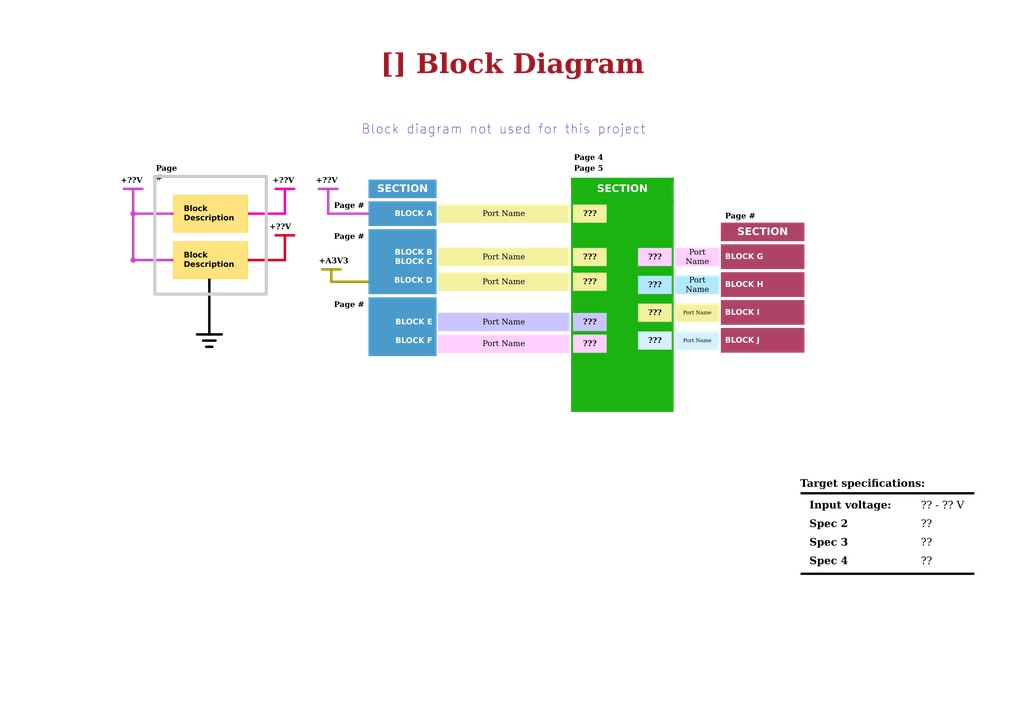
<source format=kicad_sch>
(kicad_sch
	(version 20250114)
	(generator "eeschema")
	(generator_version "9.0")
	(uuid "d4440dba-022e-49b2-97f2-6fc1871c7304")
	(paper "A3")
	(title_block
		(title "Block Diagram")
		(date "2025-01-12")
		(rev "${REVISION}")
		(company "${COMPANY}")
	)
	(lib_symbols)
	(rectangle
		(start 248.92 83.185)
		(end 261.62 168.91)
		(stroke
			(width 0)
			(type default)
			(color 26 179 18 1)
		)
		(fill
			(type color)
			(color 26 179 18 1)
		)
		(uuid 051b3dab-07ca-4b94-92bb-989d74ed83ce)
	)
	(rectangle
		(start 101.727 87.249)
		(end 102.362 88.011)
		(stroke
			(width 0.25)
			(type default)
			(color 255 0 171 1)
		)
		(fill
			(type color)
			(color 255 0 171 1)
		)
		(uuid 12a8f300-c059-4689-9da2-e775c9b7b222)
	)
	(rectangle
		(start 234.315 73.025)
		(end 276.225 74.93)
		(stroke
			(width 0.254)
			(type default)
			(color 26 179 18 1)
		)
		(fill
			(type color)
			(color 26 179 18 1)
		)
		(uuid 1c38ab9f-78ac-4525-a905-692b68e0d7be)
	)
	(rectangle
		(start 261.62 83.82)
		(end 275.59 101.6)
		(stroke
			(width 0)
			(type default)
			(color 26 179 18 1)
		)
		(fill
			(type color)
			(color 26 179 18 1)
		)
		(uuid 26212d99-97fb-4a34-b4ec-26a67ba18c64)
	)
	(rectangle
		(start 234.95 119.38)
		(end 248.92 128.27)
		(stroke
			(width 0)
			(type default)
			(color 26 179 18 1)
		)
		(fill
			(type color)
			(color 26 179 18 1)
		)
		(uuid 33939e83-1742-40c8-b78d-5af3b914ab31)
	)
	(rectangle
		(start 150.495 115.189)
		(end 151.13 115.951)
		(stroke
			(width 0.25)
			(type default)
			(color 162 155 0 1)
		)
		(fill
			(type color)
			(color 162 155 0 1)
		)
		(uuid 3b840477-c973-44d9-8a43-b3feac50c6bc)
	)
	(rectangle
		(start 275.59 73.025)
		(end 276.225 168.91)
		(stroke
			(width 0)
			(type default)
			(color 26 179 18 1)
		)
		(fill
			(type color)
			(color 26 179 18 1)
		)
		(uuid 43ad7506-e0d7-49b6-972c-517451df1dd9)
	)
	(rectangle
		(start 70.358 87.249)
		(end 70.993 88.011)
		(stroke
			(width 0.25)
			(type default)
			(color 200 50 50 1)
		)
		(fill
			(type color)
			(color 200 50 50 1)
		)
		(uuid 4c6cb9bc-6ebc-49a3-893d-9406d03eb74b)
	)
	(rectangle
		(start 261.62 132.08)
		(end 275.59 135.89)
		(stroke
			(width 0)
			(type default)
			(color 26 179 18 1)
		)
		(fill
			(type color)
			(color 26 179 18 1)
		)
		(uuid 5911023f-b729-4638-87b7-c8fa6a2da4ad)
	)
	(rectangle
		(start 71.12 99.06)
		(end 101.6 114.3)
		(stroke
			(width 0)
			(type default)
			(color 255 200 0 0.5019607843)
		)
		(fill
			(type color)
			(color 255 200 0 0.5019607843)
		)
		(uuid 6d27083e-baf9-459e-b0dc-430395e74362)
	)
	(rectangle
		(start 150.495 87.249)
		(end 151.13 88.011)
		(stroke
			(width 0.25)
			(type default)
			(color 198 71 194 1)
		)
		(fill
			(type color)
			(color 198 71 194 1)
		)
		(uuid 70402685-b75b-4b36-9a72-62f7d7d97bb6)
	)
	(rectangle
		(start 261.62 120.65)
		(end 275.59 124.46)
		(stroke
			(width 0)
			(type default)
			(color 26 179 18 1)
		)
		(fill
			(type color)
			(color 26 179 18 1)
		)
		(uuid 704c4eca-e0af-4df0-a6c1-739054ac1983)
	)
	(rectangle
		(start 234.95 109.22)
		(end 248.92 111.76)
		(stroke
			(width 0)
			(type default)
			(color 26 179 18 1)
		)
		(fill
			(type color)
			(color 26 179 18 1)
		)
		(uuid 74c5f5ac-510e-4c99-8e0e-ca2d145a7687)
	)
	(rectangle
		(start 261.62 109.22)
		(end 275.59 113.03)
		(stroke
			(width 0)
			(type default)
			(color 26 179 18 1)
		)
		(fill
			(type color)
			(color 26 179 18 1)
		)
		(uuid 87d7856c-4e25-4074-8ed9-6d9286fce9a4)
	)
	(rectangle
		(start 63.5 72.39)
		(end 109.22 120.65)
		(stroke
			(width 1.27)
			(type default)
			(color 200 200 200 1)
		)
		(fill
			(type none)
		)
		(uuid 897139e0-9c3f-4923-b42e-05cc6d59978b)
	)
	(rectangle
		(start 85.344 114.3)
		(end 86.36 115.062)
		(stroke
			(width 0.001)
			(type default)
			(color 0 0 0 1)
		)
		(fill
			(type color)
			(color 0 0 0 1)
		)
		(uuid 8fb245d6-696e-46a9-aee0-fc71b1bd2811)
	)
	(rectangle
		(start 70.358 106.299)
		(end 70.993 107.061)
		(stroke
			(width 0.25)
			(type default)
			(color 200 50 50 1)
		)
		(fill
			(type color)
			(color 200 50 50 1)
		)
		(uuid 926c14cd-51d6-4183-83aa-3acd3f364634)
	)
	(rectangle
		(start 328.422 234.95)
		(end 399.542 235.712)
		(stroke
			(width 0)
			(type default)
			(color 0 0 0 1)
		)
		(fill
			(type color)
			(color 0 0 0 1)
		)
		(uuid 96358351-64fb-49b9-98d4-c975a586b1c3)
	)
	(rectangle
		(start 234.95 135.89)
		(end 248.92 137.16)
		(stroke
			(width 0)
			(type default)
			(color 26 179 18 1)
		)
		(fill
			(type color)
			(color 26 179 18 1)
		)
		(uuid 97242065-2f97-4ca3-afed-c927195a53b5)
	)
	(rectangle
		(start 101.727 106.299)
		(end 102.362 107.061)
		(stroke
			(width 0.25)
			(type default)
			(color 212 0 32 1)
		)
		(fill
			(type color)
			(color 212 0 32 1)
		)
		(uuid b511ed02-73dc-4aca-8856-32e3a0e7b2bd)
	)
	(rectangle
		(start 234.95 91.44)
		(end 248.92 101.6)
		(stroke
			(width 0)
			(type default)
			(color 26 179 18 1)
		)
		(fill
			(type color)
			(color 26 179 18 1)
		)
		(uuid b7a01405-5415-4722-a9d4-e1bc398d69f2)
	)
	(rectangle
		(start 261.62 143.51)
		(end 275.59 168.91)
		(stroke
			(width 0)
			(type default)
			(color 26 179 18 1)
		)
		(fill
			(type color)
			(color 26 179 18 1)
		)
		(uuid c05a42e9-546b-43b1-a369-f14860ee7f90)
	)
	(rectangle
		(start 234.95 144.78)
		(end 248.92 168.91)
		(stroke
			(width 0)
			(type default)
			(color 26 179 18 1)
		)
		(fill
			(type color)
			(color 26 179 18 1)
		)
		(uuid c0f61f09-5d95-4ea6-baa5-6b9b5ba11fd4)
	)
	(circle
		(center 54.61 106.68)
		(radius 1.016)
		(stroke
			(width 0)
			(type default)
			(color 198 71 194 1)
		)
		(fill
			(type color)
			(color 198 71 194 1)
		)
		(uuid c30887ce-e8b0-4e61-8035-f856b5a10339)
	)
	(rectangle
		(start 328.422 201.93)
		(end 399.542 202.692)
		(stroke
			(width 0)
			(type default)
			(color 0 0 0 1)
		)
		(fill
			(type color)
			(color 0 0 0 1)
		)
		(uuid ca4906af-4562-456f-b79d-f6f2c9056c36)
	)
	(rectangle
		(start 71.12 80.01)
		(end 101.6 95.25)
		(stroke
			(width 0)
			(type default)
			(color 255 200 0 0.5019607843)
		)
		(fill
			(type color)
			(color 255 200 0 0.5019607843)
		)
		(uuid d13c4f55-d46a-439a-a208-cbdf66d39a09)
	)
	(rectangle
		(start 234.315 73.025)
		(end 234.95 168.91)
		(stroke
			(width 0)
			(type default)
			(color 26 179 18 1)
		)
		(fill
			(type color)
			(color 26 179 18 1)
		)
		(uuid dc9ef58a-3544-4871-98b7-f59b2deb6c2b)
	)
	(rectangle
		(start 234.95 81.28)
		(end 276.225 83.82)
		(stroke
			(width 0)
			(type default)
			(color 26 179 18 1)
		)
		(fill
			(type color)
			(color 26 179 18 1)
		)
		(uuid f6ac3050-3d82-4a34-858d-91b5402f431f)
	)
	(circle
		(center 54.61 87.63)
		(radius 1.016)
		(stroke
			(width 0)
			(type default)
			(color 198 71 194 1)
		)
		(fill
			(type color)
			(color 198 71 194 1)
		)
		(uuid fb962045-e3ad-427d-8e13-7189ce103507)
	)
	(text "+??V"
		(exclude_from_sim no)
		(at 49.53 76.2 0)
		(effects
			(font
				(face "Times New Roman")
				(size 2.286 2.286)
				(thickness 0.4572)
				(bold yes)
				(color 0 0 0 1)
			)
			(justify left bottom)
		)
		(uuid "101bf075-2779-4382-8921-8033e4839d29")
	)
	(text "Block diagram not used for this project"
		(exclude_from_sim no)
		(at 206.502 53.086 0)
		(effects
			(font
				(size 3.81 3.81)
			)
		)
		(uuid "1a47eab9-a4b6-4456-8b6e-f0793e27d0e3")
	)
	(text "+??V"
		(exclude_from_sim no)
		(at 129.54 76.2 0)
		(effects
			(font
				(face "Times New Roman")
				(size 2.286 2.286)
				(thickness 0.4572)
				(bold yes)
				(color 0 0 0 1)
			)
			(justify left bottom)
		)
		(uuid "23593793-e5e2-4dd7-8899-50a4202bb53e")
	)
	(text "+A3V3"
		(exclude_from_sim no)
		(at 130.81 109.22 0)
		(effects
			(font
				(face "Times New Roman")
				(size 2.286 2.286)
				(thickness 0.4572)
				(bold yes)
				(color 0 0 0 1)
			)
			(justify left bottom)
		)
		(uuid "7cb39811-7e9e-4b6a-b7ed-352cfdbf227b")
	)
	(text "+??V"
		(exclude_from_sim no)
		(at 119.38 95.25 0)
		(effects
			(font
				(face "Times New Roman")
				(size 2.286 2.286)
				(thickness 0.4572)
				(bold yes)
				(color 0 0 0 1)
			)
			(justify right bottom)
		)
		(uuid "ad6e3829-3684-4af1-9a28-ced841b0c880")
	)
	(text "+??V"
		(exclude_from_sim no)
		(at 120.65 76.2 0)
		(effects
			(font
				(face "Times New Roman")
				(size 2.286 2.286)
				(thickness 0.4572)
				(bold yes)
				(color 0 0 0 1)
			)
			(justify right bottom)
		)
		(uuid "f6a5ad4b-42cb-4635-94fa-d83f0234055d")
	)
	(text_box "SECTION"
		(exclude_from_sim no)
		(at 295.656 91.313 0)
		(size 34.29 7.62)
		(margins 2.2859 2.2859 2.2859 2.2859)
		(stroke
			(width -0.0001)
			(type default)
		)
		(fill
			(type color)
			(color 175 67 103 1)
		)
		(effects
			(font
				(face "Arial")
				(size 3.048 3.048)
				(bold yes)
				(color 255 255 255 1)
			)
		)
		(uuid "08792924-1597-48a7-a535-4ea702d4e92a")
	)
	(text_box "Spec 4"
		(exclude_from_sim no)
		(at 329.692 226.06 0)
		(size 44.45 7.62)
		(margins 2.2859 2.2859 2.2859 2.2859)
		(stroke
			(width -0.0001)
			(type default)
		)
		(fill
			(type none)
		)
		(effects
			(font
				(face "Times New Roman")
				(size 3.048 3.048)
				(thickness 0.4572)
				(bold yes)
				(color 0 0 0 1)
			)
			(justify left top)
		)
		(uuid "0b8fa12d-be48-46d8-a337-f14f24e9a703")
	)
	(text_box "BLOCK H"
		(exclude_from_sim no)
		(at 295.656 111.633 0)
		(size 34.29 10.16)
		(margins 1.7144 1.7144 1.7144 1.7144)
		(stroke
			(width -0.0001)
			(type default)
		)
		(fill
			(type color)
			(color 175 67 103 1)
		)
		(effects
			(font
				(face "Arial")
				(size 2.286 2.286)
				(bold yes)
				(color 255 255 255 1)
			)
			(justify left)
		)
		(uuid "0b9b765b-8d21-4bd4-bfcc-8abb2cd50003")
	)
	(text_box "\nBLOCK B\nBLOCK C\n\nBLOCK D"
		(exclude_from_sim no)
		(at 151.13 93.98 0)
		(size 27.94 26.67)
		(margins 1.7144 1.7144 1.7144 1.7144)
		(stroke
			(width -0.0001)
			(type default)
		)
		(fill
			(type color)
			(color 74 155 203 1)
		)
		(effects
			(font
				(face "Arial")
				(size 2.286 2.286)
				(bold yes)
				(color 255 255 255 1)
			)
			(justify right)
		)
		(uuid "0ca6e80b-6bc5-4e32-b003-d47921d4eb4e")
	)
	(text_box "BLOCK I"
		(exclude_from_sim no)
		(at 295.656 123.063 0)
		(size 34.29 10.16)
		(margins 1.7144 1.7144 1.7144 1.7144)
		(stroke
			(width -0.0001)
			(type default)
		)
		(fill
			(type color)
			(color 175 67 103 1)
		)
		(effects
			(font
				(face "Arial")
				(size 2.286 2.286)
				(bold yes)
				(color 255 255 255 1)
			)
			(justify left)
		)
		(uuid "11e64421-736a-42af-9a25-95ee829c7839")
	)
	(text_box "?? - ?? V"
		(exclude_from_sim no)
		(at 375.412 203.2 0)
		(size 24.13 7.62)
		(margins 2.2859 2.2859 2.2859 2.2859)
		(stroke
			(width -0.0001)
			(type default)
		)
		(fill
			(type none)
		)
		(effects
			(font
				(face "Times New Roman")
				(size 3.048 3.048)
				(color 0 0 0 1)
			)
			(justify left top)
		)
		(uuid "15dd005a-2a1f-436c-a9b8-4953c7e00daf")
	)
	(text_box "Block\nDescription"
		(exclude_from_sim no)
		(at 73.66 82.55 0)
		(size 25.4 10.16)
		(margins 1.7144 1.7144 1.7144 1.7144)
		(stroke
			(width -0.0001)
			(type default)
		)
		(fill
			(type none)
		)
		(effects
			(font
				(face "Arial")
				(size 2.286 2.286)
				(thickness 0.254)
				(bold yes)
				(color 0 0 0 1)
			)
			(justify left top)
		)
		(uuid "2663f24d-cd9a-4dae-a281-16b6b61253ad")
	)
	(text_box "??"
		(exclude_from_sim no)
		(at 375.412 226.06 0)
		(size 24.13 7.62)
		(margins 2.2859 2.2859 2.2859 2.2859)
		(stroke
			(width -0.0001)
			(type default)
		)
		(fill
			(type none)
		)
		(effects
			(font
				(face "Times New Roman")
				(size 3.048 3.048)
				(color 0 0 0 1)
			)
			(justify left top)
		)
		(uuid "286ce998-255c-48c3-a453-7c9a43b4377f")
	)
	(text_box "SECTION"
		(exclude_from_sim no)
		(at 234.95 73.66 0)
		(size 40.64 7.62)
		(margins 2.2859 2.2859 2.2859 2.2859)
		(stroke
			(width -0.0001)
			(type default)
		)
		(fill
			(type color)
			(color 26 179 18 1)
		)
		(effects
			(font
				(face "Arial")
				(size 3.048 3.048)
				(bold yes)
				(color 255 255 255 1)
			)
		)
		(uuid "303e44ee-abec-47f8-8dea-369c5a3e7105")
	)
	(text_box "???"
		(exclude_from_sim no)
		(at 234.95 101.6 0)
		(size 13.97 7.62)
		(margins 1.7144 1.7144 1.7144 1.7144)
		(stroke
			(width -0.0001)
			(type default)
		)
		(fill
			(type color)
			(color 243 240 160 1)
		)
		(effects
			(font
				(face "Times New Roman")
				(size 2.286 2.286)
				(bold yes)
				(color 0 0 0 1)
			)
		)
		(uuid "31760221-0d6f-4f56-83a1-ee270701886f")
	)
	(text_box "Port Name"
		(exclude_from_sim no)
		(at 276.86 101.6 0)
		(size 18.288 7.62)
		(margins 1.7144 1.7144 1.7144 1.7144)
		(stroke
			(width -0.0001)
			(type default)
		)
		(fill
			(type color)
			(color 255 207 255 1)
		)
		(effects
			(font
				(face "Times New Roman")
				(size 2.286 2.286)
				(italic yes)
				(color 0 0 0 1)
			)
		)
		(uuid "3821ca79-fb94-443d-a0d0-b8f77f4280b0")
	)
	(text_box "BLOCK G"
		(exclude_from_sim no)
		(at 295.656 100.203 0)
		(size 34.29 10.16)
		(margins 1.7144 1.7144 1.7144 1.7144)
		(stroke
			(width -0.0001)
			(type default)
		)
		(fill
			(type color)
			(color 175 67 103 1)
		)
		(effects
			(font
				(face "Arial")
				(size 2.286 2.286)
				(bold yes)
				(color 255 255 255 1)
			)
			(justify left)
		)
		(uuid "3876e24b-eb64-40f0-82f4-8ed551a76338")
	)
	(text_box "???"
		(exclude_from_sim no)
		(at 234.95 137.16 0)
		(size 13.97 7.62)
		(margins 1.7144 1.7144 1.7144 1.7144)
		(stroke
			(width -0.0001)
			(type default)
		)
		(fill
			(type color)
			(color 255 207 255 1)
		)
		(effects
			(font
				(face "Times New Roman")
				(size 2.286 2.286)
				(bold yes)
				(color 0 0 0 1)
			)
		)
		(uuid "3a803ec7-48bf-494a-8620-a6b0d82a5e96")
	)
	(text_box "Page #"
		(exclude_from_sim no)
		(at 133.35 81.28 0)
		(size 17.78 5.08)
		(margins 1.7144 1.7144 1.7144 1.7144)
		(stroke
			(width -0.0001)
			(type default)
		)
		(fill
			(type none)
		)
		(effects
			(font
				(face "Times New Roman")
				(size 2.286 2.286)
				(thickness 0.4572)
				(bold yes)
				(color 0 0 0 1)
			)
			(justify right top)
		)
		(uuid "437beeb4-8fab-4629-8a22-68c4be7a2c41")
	)
	(text_box "Port Name"
		(exclude_from_sim no)
		(at 276.86 135.89 0)
		(size 18.288 7.62)
		(margins 1.1429 1.1429 1.1429 1.1429)
		(stroke
			(width -0.0001)
			(type default)
		)
		(fill
			(type color)
			(color 213 241 255 1)
		)
		(effects
			(font
				(face "Times New Roman")
				(size 1.524 1.524)
				(italic yes)
				(color 0 0 0 1)
			)
		)
		(uuid "5bc00d08-ece7-489a-82a0-99db7e5f4aea")
	)
	(text_box "Port Name"
		(exclude_from_sim no)
		(at 179.578 101.6 0)
		(size 54.102 7.62)
		(margins 1.7144 1.7144 1.7144 1.7144)
		(stroke
			(width -0.0001)
			(type default)
		)
		(fill
			(type color)
			(color 243 240 160 1)
		)
		(effects
			(font
				(face "Times New Roman")
				(size 2.286 2.286)
				(italic yes)
				(color 0 0 0 1)
			)
		)
		(uuid "5ce5a322-8350-4910-8fa8-1f7f1d462e6a")
	)
	(text_box "Port Name"
		(exclude_from_sim no)
		(at 276.86 124.46 0)
		(size 18.288 7.62)
		(margins 1.1429 1.1429 1.1429 1.1429)
		(stroke
			(width -0.0001)
			(type default)
		)
		(fill
			(type color)
			(color 243 240 160 1)
		)
		(effects
			(font
				(face "Times New Roman")
				(size 1.524 1.524)
				(italic yes)
				(color 0 0 0 1)
			)
		)
		(uuid "5f4a2d80-9818-43e5-9ca8-d8665fb36805")
	)
	(text_box "Page 4"
		(exclude_from_sim no)
		(at 233.68 61.595 0)
		(size 24.765 5.08)
		(margins 1.7144 1.7144 1.7144 1.7144)
		(stroke
			(width -0.0001)
			(type solid)
		)
		(fill
			(type none)
		)
		(effects
			(font
				(face "Times New Roman")
				(size 2.286 2.286)
				(thickness 0.4572)
				(bold yes)
				(color 0 0 0 1)
			)
			(justify left top)
			(href "#4")
		)
		(uuid "5fb758b9-5535-46ac-bcbe-588aaeffe614")
	)
	(text_box "???"
		(exclude_from_sim no)
		(at 261.62 113.03 0)
		(size 13.97 7.62)
		(margins 1.7144 1.7144 1.7144 1.7144)
		(stroke
			(width -0.0001)
			(type default)
		)
		(fill
			(type color)
			(color 178 232 255 1)
		)
		(effects
			(font
				(face "Times New Roman")
				(size 2.286 2.286)
				(bold yes)
				(color 0 0 0 1)
			)
		)
		(uuid "6bb82d71-4237-4fb9-a71e-68c5a65a7171")
	)
	(text_box "Page #"
		(exclude_from_sim no)
		(at 133.35 121.92 0)
		(size 17.78 5.08)
		(margins 1.7144 1.7144 1.7144 1.7144)
		(stroke
			(width -0.0001)
			(type default)
		)
		(fill
			(type none)
		)
		(effects
			(font
				(face "Times New Roman")
				(size 2.286 2.286)
				(thickness 0.4572)
				(bold yes)
				(color 0 0 0 1)
			)
			(justify right top)
			(href "#")
		)
		(uuid "71234750-6a94-4706-b48c-45e77bb2fa83")
	)
	(text_box "[${#}] ${TITLE}"
		(exclude_from_sim no)
		(at 144.78 20.32 0)
		(size 130.81 12.7)
		(margins 5.9999 5.9999 5.9999 5.9999)
		(stroke
			(width -0.0001)
			(type default)
		)
		(fill
			(type none)
		)
		(effects
			(font
				(face "Times New Roman")
				(size 8 8)
				(thickness 1.2)
				(bold yes)
				(color 162 22 34 1)
			)
		)
		(uuid "73b2b29c-2473-4e80-be0b-4f57c6856c3e")
	)
	(text_box "??"
		(exclude_from_sim no)
		(at 375.412 210.82 0)
		(size 24.13 7.62)
		(margins 2.2859 2.2859 2.2859 2.2859)
		(stroke
			(width -0.0001)
			(type default)
		)
		(fill
			(type none)
		)
		(effects
			(font
				(face "Times New Roman")
				(size 3.048 3.048)
				(color 0 0 0 1)
			)
			(justify left top)
		)
		(uuid "79a60212-4382-435d-b74b-f889451ff3a1")
	)
	(text_box "Input voltage:"
		(exclude_from_sim no)
		(at 329.692 203.2 0)
		(size 41.91 7.62)
		(margins 2.2859 2.2859 2.2859 2.2859)
		(stroke
			(width -0.0001)
			(type default)
		)
		(fill
			(type none)
		)
		(effects
			(font
				(face "Times New Roman")
				(size 3.048 3.048)
				(thickness 0.4572)
				(bold yes)
				(color 0 0 0 1)
			)
			(justify left top)
		)
		(uuid "7a48ef1e-fc21-4f84-87ab-2b944a808bd0")
	)
	(text_box "SECTION"
		(exclude_from_sim no)
		(at 151.13 73.66 0)
		(size 27.94 7.62)
		(margins 2.2859 2.2859 2.2859 2.2859)
		(stroke
			(width -0.0001)
			(type default)
		)
		(fill
			(type color)
			(color 74 155 203 1)
		)
		(effects
			(font
				(face "Arial")
				(size 3.048 3.048)
				(bold yes)
				(color 255 255 255 1)
			)
		)
		(uuid "7a77dff7-2b2f-4cc0-b247-3708c3bf73e3")
	)
	(text_box "Port Name"
		(exclude_from_sim no)
		(at 179.578 137.16 0)
		(size 54.102 7.62)
		(margins 1.7144 1.7144 1.7144 1.7144)
		(stroke
			(width -0.0001)
			(type default)
		)
		(fill
			(type color)
			(color 255 207 255 1)
		)
		(effects
			(font
				(face "Times New Roman")
				(size 2.286 2.286)
				(italic yes)
				(color 0 0 0 1)
			)
		)
		(uuid "84849006-fb86-4477-a3f4-4ca49bfeb231")
	)
	(text_box "Page #"
		(exclude_from_sim no)
		(at 133.35 93.98 0)
		(size 17.78 5.08)
		(margins 1.7144 1.7144 1.7144 1.7144)
		(stroke
			(width -0.0001)
			(type default)
		)
		(fill
			(type none)
		)
		(effects
			(font
				(face "Times New Roman")
				(size 2.286 2.286)
				(thickness 0.4572)
				(bold yes)
				(color 0 0 0 1)
			)
			(justify right top)
		)
		(uuid "87f20548-41ba-4502-b504-e75401f699bf")
	)
	(text_box "???"
		(exclude_from_sim no)
		(at 234.95 128.27 0)
		(size 13.97 7.62)
		(margins 1.7144 1.7144 1.7144 1.7144)
		(stroke
			(width -0.0001)
			(type default)
		)
		(fill
			(type color)
			(color 202 196 255 1)
		)
		(effects
			(font
				(face "Times New Roman")
				(size 2.286 2.286)
				(bold yes)
				(color 0 0 0 1)
			)
		)
		(uuid "88cc83e7-7bb4-4d6b-9595-b9e1bee5e04b")
	)
	(text_box "Target specifications:"
		(exclude_from_sim no)
		(at 325.882 194.31 0)
		(size 73.66 7.62)
		(margins 2.2859 2.2859 2.2859 2.2859)
		(stroke
			(width -0.0001)
			(type default)
		)
		(fill
			(type none)
		)
		(effects
			(font
				(face "Times New Roman")
				(size 3.048 3.048)
				(thickness 0.4572)
				(bold yes)
				(color 0 0 0 1)
			)
			(justify left top)
		)
		(uuid "92d1b8db-5c65-4f81-bd38-95477ba2f196")
	)
	(text_box "???"
		(exclude_from_sim no)
		(at 234.95 111.76 0)
		(size 13.97 7.62)
		(margins 1.7144 1.7144 1.7144 1.7144)
		(stroke
			(width -0.0001)
			(type default)
		)
		(fill
			(type color)
			(color 243 240 160 1)
		)
		(effects
			(font
				(face "Times New Roman")
				(size 2.286 2.286)
				(bold yes)
				(color 0 0 0 1)
			)
		)
		(uuid "944097c9-4bfa-4c51-95fb-545c2fe74181")
	)
	(text_box "???"
		(exclude_from_sim no)
		(at 261.62 135.89 0)
		(size 13.97 7.62)
		(margins 1.7144 1.7144 1.7144 1.7144)
		(stroke
			(width -0.0001)
			(type default)
		)
		(fill
			(type color)
			(color 213 241 255 1)
		)
		(effects
			(font
				(face "Times New Roman")
				(size 2.286 2.286)
				(bold yes)
				(color 0 0 0 1)
			)
		)
		(uuid "96a92221-2447-4655-a0df-2333f7d2fcea")
	)
	(text_box "???"
		(exclude_from_sim no)
		(at 261.62 101.6 0)
		(size 13.97 7.62)
		(margins 1.7144 1.7144 1.7144 1.7144)
		(stroke
			(width -0.0001)
			(type default)
		)
		(fill
			(type color)
			(color 255 207 255 1)
		)
		(effects
			(font
				(face "Times New Roman")
				(size 2.286 2.286)
				(bold yes)
				(color 0 0 0 1)
			)
		)
		(uuid "99de4852-1e6a-43c2-80a3-f90f994ca547")
	)
	(text_box "Port Name"
		(exclude_from_sim no)
		(at 179.578 111.76 0)
		(size 54.102 7.62)
		(margins 1.7144 1.7144 1.7144 1.7144)
		(stroke
			(width -0.0001)
			(type default)
		)
		(fill
			(type color)
			(color 243 240 160 1)
		)
		(effects
			(font
				(face "Times New Roman")
				(size 2.286 2.286)
				(italic yes)
				(color 0 0 0 1)
			)
		)
		(uuid "9f20ae52-6c21-4c39-bd5b-0dd4e6ac30ac")
	)
	(text_box "Spec 3"
		(exclude_from_sim no)
		(at 329.692 218.44 0)
		(size 41.91 7.62)
		(margins 2.2859 2.2859 2.2859 2.2859)
		(stroke
			(width -0.0001)
			(type default)
		)
		(fill
			(type none)
		)
		(effects
			(font
				(face "Times New Roman")
				(size 3.048 3.048)
				(thickness 0.4572)
				(bold yes)
				(color 0 0 0 1)
			)
			(justify left top)
		)
		(uuid "a94bbe48-2b5a-4095-ae3e-6304ba06e582")
	)
	(text_box "??"
		(exclude_from_sim no)
		(at 375.412 218.44 0)
		(size 24.13 7.62)
		(margins 2.2859 2.2859 2.2859 2.2859)
		(stroke
			(width -0.0001)
			(type default)
		)
		(fill
			(type none)
		)
		(effects
			(font
				(face "Times New Roman")
				(size 3.048 3.048)
				(color 0 0 0 1)
			)
			(justify left top)
		)
		(uuid "a9743942-0f35-4d97-920c-63913a3a8cf5")
	)
	(text_box "Spec 2"
		(exclude_from_sim no)
		(at 329.692 210.82 0)
		(size 43.18 7.62)
		(margins 2.2859 2.2859 2.2859 2.2859)
		(stroke
			(width -0.0001)
			(type default)
		)
		(fill
			(type none)
		)
		(effects
			(font
				(face "Times New Roman")
				(size 3.048 3.048)
				(thickness 0.4572)
				(bold yes)
				(color 0 0 0 1)
			)
			(justify left top)
		)
		(uuid "acb13397-22c2-4daa-8b50-96cfdf3951b7")
	)
	(text_box "???"
		(exclude_from_sim no)
		(at 234.95 83.82 0)
		(size 13.97 7.62)
		(margins 1.7144 1.7144 1.7144 1.7144)
		(stroke
			(width -0.0001)
			(type default)
		)
		(fill
			(type color)
			(color 243 240 160 1)
		)
		(effects
			(font
				(face "Times New Roman")
				(size 2.286 2.286)
				(bold yes)
				(color 0 0 0 1)
			)
		)
		(uuid "b718a613-50e2-4e59-ad8f-81f389012f74")
	)
	(text_box "Port Name"
		(exclude_from_sim no)
		(at 179.578 128.27 0)
		(size 54.102 7.62)
		(margins 1.7144 1.7144 1.7144 1.7144)
		(stroke
			(width -0.0001)
			(type default)
		)
		(fill
			(type color)
			(color 202 196 255 1)
		)
		(effects
			(font
				(face "Times New Roman")
				(size 2.286 2.286)
				(italic yes)
				(color 0 0 0 1)
			)
		)
		(uuid "be16dbe1-3641-4384-b37c-5e66a5e92800")
	)
	(text_box "Block\nDescription"
		(exclude_from_sim no)
		(at 73.66 101.6 0)
		(size 25.4 10.16)
		(margins 1.7144 1.7144 1.7144 1.7144)
		(stroke
			(width -0.0001)
			(type default)
		)
		(fill
			(type none)
		)
		(effects
			(font
				(face "Arial")
				(size 2.286 2.286)
				(thickness 0.254)
				(bold yes)
				(color 0 0 0 1)
			)
			(justify left top)
		)
		(uuid "c57b2792-b5b6-4248-8bcf-18760935fbf0")
	)
	(text_box "Port Name"
		(exclude_from_sim no)
		(at 276.86 113.03 0)
		(size 18.288 7.62)
		(margins 1.7144 1.7144 1.7144 1.7144)
		(stroke
			(width -0.0001)
			(type default)
		)
		(fill
			(type color)
			(color 178 232 255 1)
		)
		(effects
			(font
				(face "Times New Roman")
				(size 2.286 2.286)
				(italic yes)
				(color 0 0 0 1)
			)
		)
		(uuid "c774310f-dfe3-45db-be98-953f7da6465f")
	)
	(text_box "Page #"
		(exclude_from_sim no)
		(at 62.23 66.04 0)
		(size 13.97 5.08)
		(margins 1.7144 1.7144 1.7144 1.7144)
		(stroke
			(width -0.0001)
			(type default)
		)
		(fill
			(type none)
		)
		(effects
			(font
				(face "Times New Roman")
				(size 2.286 2.286)
				(thickness 0.4572)
				(bold yes)
				(color 0 0 0 1)
			)
			(justify left top)
		)
		(uuid "d9eed77b-8391-48bf-a073-8dcaf7ecaa31")
	)
	(text_box "BLOCK A"
		(exclude_from_sim no)
		(at 151.13 82.55 0)
		(size 27.94 10.16)
		(margins 1.7144 1.7144 1.7144 1.7144)
		(stroke
			(width -0.0001)
			(type default)
		)
		(fill
			(type color)
			(color 74 155 203 1)
		)
		(effects
			(font
				(face "Arial")
				(size 2.286 2.286)
				(bold yes)
				(color 255 255 255 1)
			)
			(justify right)
		)
		(uuid "de576dbe-9b0c-4ccd-a266-17b9b354345b")
	)
	(text_box "Port Name"
		(exclude_from_sim no)
		(at 179.578 83.82 0)
		(size 54.102 7.62)
		(margins 1.7144 1.7144 1.7144 1.7144)
		(stroke
			(width -0.0001)
			(type default)
		)
		(fill
			(type color)
			(color 243 240 160 1)
		)
		(effects
			(font
				(face "Times New Roman")
				(size 2.286 2.286)
				(italic yes)
				(color 0 0 0 1)
			)
		)
		(uuid "e4d2bfdf-da93-4c54-800e-be869ac37023")
	)
	(text_box "???"
		(exclude_from_sim no)
		(at 261.62 124.46 0)
		(size 13.97 7.62)
		(margins 1.7144 1.7144 1.7144 1.7144)
		(stroke
			(width -0.0001)
			(type default)
		)
		(fill
			(type color)
			(color 243 240 160 1)
		)
		(effects
			(font
				(face "Times New Roman")
				(size 2.286 2.286)
				(bold yes)
				(color 0 0 0 1)
			)
		)
		(uuid "ecd90e4f-03f0-4de1-bc8b-8f151772557e")
	)
	(text_box "\nBLOCK E\n\nBLOCK F"
		(exclude_from_sim no)
		(at 151.13 121.92 0)
		(size 27.94 24.13)
		(margins 1.7144 1.7144 1.7144 1.7144)
		(stroke
			(width -0.0001)
			(type default)
		)
		(fill
			(type color)
			(color 74 155 203 1)
		)
		(effects
			(font
				(face "Arial")
				(size 2.286 2.286)
				(bold yes)
				(color 255 255 255 1)
			)
			(justify right)
		)
		(uuid "f0caa8ad-c53d-4be7-a0df-6a7fccf418bb")
	)
	(text_box "BLOCK J"
		(exclude_from_sim no)
		(at 295.656 134.493 0)
		(size 34.29 10.16)
		(margins 1.7144 1.7144 1.7144 1.7144)
		(stroke
			(width -0.0001)
			(type default)
		)
		(fill
			(type color)
			(color 175 67 103 1)
		)
		(effects
			(font
				(face "Arial")
				(size 2.286 2.286)
				(bold yes)
				(color 255 255 255 1)
			)
			(justify left)
		)
		(uuid "f1a231a9-4a97-4e03-af77-e46caf6743df")
	)
	(text_box "Page 5"
		(exclude_from_sim no)
		(at 233.68 66.04 0)
		(size 24.765 5.08)
		(margins 1.7144 1.7144 1.7144 1.7144)
		(stroke
			(width -0.0001)
			(type solid)
		)
		(fill
			(type none)
		)
		(effects
			(font
				(face "Times New Roman")
				(size 2.286 2.286)
				(thickness 0.4572)
				(bold yes)
				(color 0 0 0 1)
			)
			(justify left top)
			(href "#5")
		)
		(uuid "f4bd87c5-f2bc-4cb7-a254-f36834bb4744")
	)
	(text_box "Page #"
		(exclude_from_sim no)
		(at 295.656 85.598 0)
		(size 17.78 5.08)
		(margins 1.7144 1.7144 1.7144 1.7144)
		(stroke
			(width -0.0001)
			(type default)
		)
		(fill
			(type none)
		)
		(effects
			(font
				(face "Times New Roman")
				(size 2.286 2.286)
				(thickness 0.4572)
				(bold yes)
				(color 0 0 0 1)
			)
			(justify left top)
			(href "#8")
		)
		(uuid "f9cfb483-344e-45f2-991c-61549317056f")
	)
	(polyline
		(pts
			(xy 70.612 106.68) (xy 54.61 106.68)
		)
		(stroke
			(width 1.016)
			(type default)
			(color 198 71 194 1)
		)
		(uuid "0078cbf7-9098-45ec-96f3-0b36f648924d")
	)
	(polyline
		(pts
			(xy 89.662 120.65) (xy 85.852 120.65)
		)
		(stroke
			(width 1.016)
			(type default)
			(color 0 0 0 1)
		)
		(uuid "056eb4ac-5e1a-40de-a6e6-602ab4b463f8")
	)
	(polyline
		(pts
			(xy 70.612 87.63) (xy 54.61 87.63)
		)
		(stroke
			(width 1.016)
			(type default)
			(color 198 71 194 1)
		)
		(uuid "08fc0cd0-29a2-41e6-a897-d7a6a489c1c7")
	)
	(polyline
		(pts
			(xy 87.122 142.24) (xy 85.852 142.24)
		)
		(stroke
			(width 1.016)
			(type default)
			(color 0 0 0 1)
		)
		(uuid "16292375-e090-4b0a-9979-2cc082e8c0cc")
	)
	(polyline
		(pts
			(xy 150.622 87.63) (xy 134.62 87.63)
		)
		(stroke
			(width 1.016)
			(type default)
			(color 198 71 194 1)
		)
		(uuid "18ccff52-fe32-4310-8592-269233d1181b")
	)
	(polyline
		(pts
			(xy 116.84 96.52) (xy 116.84 106.68)
		)
		(stroke
			(width 1.016)
			(type default)
			(color 212 0 32 1)
		)
		(uuid "22ecdb21-cb6c-4fea-8215-9ca181dc7654")
	)
	(polyline
		(pts
			(xy 85.852 114.808) (xy 85.852 137.16)
		)
		(stroke
			(width 1.016)
			(type default)
			(color 0 0 0 1)
		)
		(uuid "2bd63e72-c2e0-4174-99b9-37b4608d1b51")
	)
	(polyline
		(pts
			(xy 116.84 77.47) (xy 116.84 87.63)
		)
		(stroke
			(width 1.016)
			(type default)
			(color 255 0 171 1)
		)
		(uuid "3868fb89-5692-47ab-8dc3-c1768a62c47d")
	)
	(polyline
		(pts
			(xy 120.65 96.52) (xy 116.84 96.52)
		)
		(stroke
			(width 1.016)
			(type default)
			(color 212 0 32 1)
		)
		(uuid "3ad61ad5-2501-40ac-9bf7-e665e25219ef")
	)
	(polyline
		(pts
			(xy 50.8 77.47) (xy 54.61 77.47)
		)
		(stroke
			(width 1.016)
			(type default)
			(color 198 71 194 1)
		)
		(uuid "46995de7-d2ae-43dc-828c-7a85c3a686f0")
	)
	(polyline
		(pts
			(xy 54.61 87.63) (xy 54.61 96.52)
		)
		(stroke
			(width 1.016)
			(type default)
			(color 198 71 194 1)
		)
		(uuid "643459a2-2a93-46f1-8503-aa865b67ae0a")
	)
	(polyline
		(pts
			(xy 102.108 87.63) (xy 116.84 87.63)
		)
		(stroke
			(width 1.016)
			(type default)
			(color 255 0 171 1)
		)
		(uuid "72e45290-1169-4f8d-8787-af61206287b7")
	)
	(polyline
		(pts
			(xy 85.852 139.7) (xy 83.312 139.7)
		)
		(stroke
			(width 1.016)
			(type default)
			(color 0 0 0 1)
		)
		(uuid "7423a2fa-a301-488a-ae90-a426fc1d0892")
	)
	(polyline
		(pts
			(xy 88.392 139.7) (xy 85.852 139.7)
		)
		(stroke
			(width 1.016)
			(type default)
			(color 0 0 0 1)
		)
		(uuid "76447def-e6fd-482e-8306-88604873856d")
	)
	(polyline
		(pts
			(xy 132.08 110.49) (xy 135.89 110.49)
		)
		(stroke
			(width 1.016)
			(type default)
			(color 162 155 0 1)
		)
		(uuid "7bd287d3-dc22-4cf8-a763-778f3da65289")
	)
	(polyline
		(pts
			(xy 54.61 77.47) (xy 54.61 87.63)
		)
		(stroke
			(width 1.016)
			(type default)
			(color 198 71 194 1)
		)
		(uuid "8cfd58b3-fea8-4a65-9b23-c746ab0a9f02")
	)
	(polyline
		(pts
			(xy 80.772 137.16) (xy 85.852 137.16)
		)
		(stroke
			(width 1.016)
			(type default)
			(color 0 0 0 1)
		)
		(uuid "95a37cc2-e75a-4501-a098-956d2a7cf878")
	)
	(polyline
		(pts
			(xy 134.62 77.47) (xy 134.62 87.63)
		)
		(stroke
			(width 1.016)
			(type default)
			(color 198 71 194 1)
		)
		(uuid "9ea93a8a-79ec-4966-b5b9-d418a1953413")
	)
	(polyline
		(pts
			(xy 134.62 77.47) (xy 138.43 77.47)
		)
		(stroke
			(width 1.016)
			(type default)
			(color 198 71 194 1)
		)
		(uuid "a0186362-c474-4f60-92f7-0cd6ab4716b3")
	)
	(polyline
		(pts
			(xy 54.61 77.47) (xy 58.42 77.47)
		)
		(stroke
			(width 1.016)
			(type default)
			(color 198 71 194 1)
		)
		(uuid "aa5dc26a-edf0-426a-baae-3922b009809d")
	)
	(polyline
		(pts
			(xy 116.84 77.47) (xy 113.03 77.47)
		)
		(stroke
			(width 1.016)
			(type default)
			(color 255 0 171 1)
		)
		(uuid "abfb0e67-9089-48e8-8232-8502ca1768e2")
	)
	(polyline
		(pts
			(xy 85.852 142.24) (xy 84.582 142.24)
		)
		(stroke
			(width 1.016)
			(type default)
			(color 0 0 0 1)
		)
		(uuid "ae679bf6-2423-4eb6-83ff-203e4dbc3b14")
	)
	(polyline
		(pts
			(xy 130.81 77.47) (xy 134.62 77.47)
		)
		(stroke
			(width 1.016)
			(type default)
			(color 198 71 194 1)
		)
		(uuid "b0945337-03d4-457a-9c2e-c0bab7dcf94e")
	)
	(polyline
		(pts
			(xy 150.622 115.57) (xy 135.89 115.57)
		)
		(stroke
			(width 1.016)
			(type default)
			(color 162 155 0 1)
		)
		(uuid "b3418ae8-9d75-4e41-a3da-190702cd18d2")
	)
	(polyline
		(pts
			(xy 116.84 96.52) (xy 113.03 96.52)
		)
		(stroke
			(width 1.016)
			(type default)
			(color 212 0 32 1)
		)
		(uuid "b6c0a1ce-c65c-4ea7-8db7-d4822d92fceb")
	)
	(polyline
		(pts
			(xy 85.852 120.65) (xy 82.042 120.65)
		)
		(stroke
			(width 1.016)
			(type default)
			(color 0 0 0 1)
		)
		(uuid "bbbec36c-623f-4102-99b0-eff22d217ba1")
	)
	(polyline
		(pts
			(xy 120.65 77.47) (xy 116.84 77.47)
		)
		(stroke
			(width 1.016)
			(type default)
			(color 255 0 171 1)
		)
		(uuid "d29a50be-ce3c-4cb1-b849-60799978c305")
	)
	(polyline
		(pts
			(xy 135.89 110.49) (xy 135.89 115.57)
		)
		(stroke
			(width 1.016)
			(type default)
			(color 162 155 0 1)
		)
		(uuid "e522b6d4-c3ef-41d5-9de8-677c57429daf")
	)
	(polyline
		(pts
			(xy 102.108 106.68) (xy 116.84 106.68)
		)
		(stroke
			(width 1.016)
			(type default)
			(color 212 0 32 1)
		)
		(uuid "e77019d6-1773-46ed-953e-95dcf6e77cd6")
	)
	(polyline
		(pts
			(xy 54.61 96.52) (xy 54.61 106.68)
		)
		(stroke
			(width 1.016)
			(type default)
			(color 198 71 194 1)
		)
		(uuid "f15951f9-af67-479e-871b-cba1a69ad58a")
	)
	(polyline
		(pts
			(xy 135.89 110.49) (xy 139.7 110.49)
		)
		(stroke
			(width 1.016)
			(type default)
			(color 162 155 0 1)
		)
		(uuid "f20be4ca-f5a2-4033-9321-086a1473fb5f")
	)
	(polyline
		(pts
			(xy 85.852 137.16) (xy 90.932 137.16)
		)
		(stroke
			(width 1.016)
			(type default)
			(color 0 0 0 1)
		)
		(uuid "f5115127-85c3-4f3c-ba14-b9a3028b6847")
	)
)

</source>
